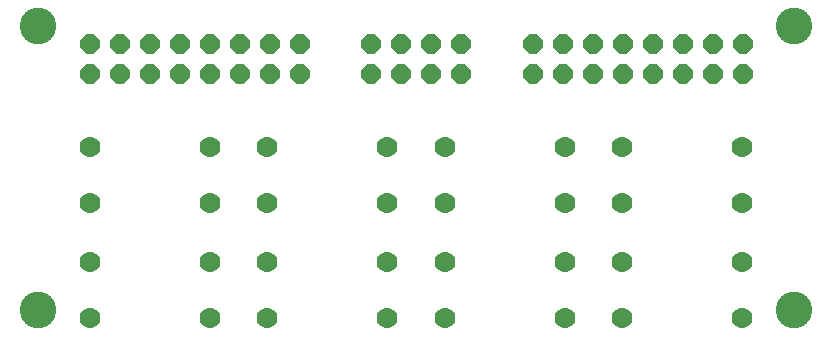
<source format=gbr>
G04 EAGLE Gerber RS-274X export*
G75*
%MOMM*%
%FSLAX34Y34*%
%LPD*%
%INSoldermask Top*%
%IPPOS*%
%AMOC8*
5,1,8,0,0,1.08239X$1,22.5*%
G01*
%ADD10C,3.100000*%
%ADD11C,1.776400*%
%ADD12P,1.757801X8X22.500000*%


D10*
X30000Y270000D03*
X30000Y30000D03*
X670000Y270000D03*
X670000Y30000D03*
D11*
X74200Y167500D03*
X175800Y167500D03*
X475800Y120000D03*
X374200Y120000D03*
X475800Y70000D03*
X374200Y70000D03*
X475800Y22500D03*
X374200Y22500D03*
X625800Y167500D03*
X524200Y167500D03*
X625800Y120000D03*
X524200Y120000D03*
X625800Y70000D03*
X524200Y70000D03*
X625800Y22500D03*
X524200Y22500D03*
X74200Y120000D03*
X175800Y120000D03*
X74200Y70000D03*
X175800Y70000D03*
X74200Y22500D03*
X175800Y22500D03*
X224200Y167500D03*
X325800Y167500D03*
X224200Y120000D03*
X325800Y120000D03*
X224200Y70000D03*
X325800Y70000D03*
X224200Y22500D03*
X325800Y22500D03*
X475800Y167500D03*
X374200Y167500D03*
D12*
X73600Y229800D03*
X73600Y255200D03*
X99000Y229800D03*
X99000Y255200D03*
X124400Y229800D03*
X124400Y255200D03*
X149800Y229800D03*
X149800Y255200D03*
X175200Y229800D03*
X175200Y255200D03*
X200600Y229800D03*
X200600Y255200D03*
X226000Y229800D03*
X226000Y255200D03*
X251400Y229800D03*
X251400Y255200D03*
X448600Y229800D03*
X448600Y255200D03*
X474000Y229800D03*
X474000Y255200D03*
X499400Y229800D03*
X499400Y255200D03*
X524800Y229800D03*
X524800Y255200D03*
X550200Y229800D03*
X550200Y255200D03*
X575600Y229800D03*
X575600Y255200D03*
X601000Y229800D03*
X601000Y255200D03*
X626400Y229800D03*
X626400Y255200D03*
X311900Y229800D03*
X311900Y255200D03*
X337300Y229800D03*
X337300Y255200D03*
X362700Y229800D03*
X362700Y255200D03*
X388100Y229800D03*
X388100Y255200D03*
M02*

</source>
